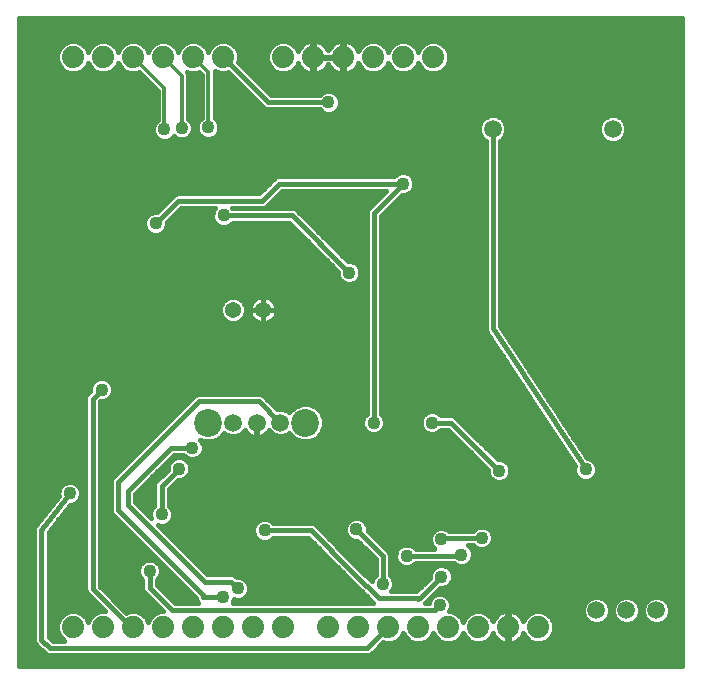
<source format=gbl>
G75*
G70*
%OFA0B0*%
%FSLAX25Y25*%
%IPPOS*%
%LPD*%
%AMOC8*
5,1,8,0,0,1.08239X$1,22.5*
%
%ADD10C,0.07400*%
%ADD11C,0.05900*%
%ADD12C,0.05400*%
%ADD13C,0.09300*%
%ADD14C,0.04362*%
%ADD15C,0.01600*%
%ADD16C,0.01200*%
D10*
X0046770Y0021814D03*
X0056770Y0021814D03*
X0066770Y0021814D03*
X0076770Y0021814D03*
X0086770Y0021814D03*
X0096770Y0021814D03*
X0106770Y0021814D03*
X0116770Y0021814D03*
X0131770Y0021814D03*
X0141770Y0021814D03*
X0151770Y0021814D03*
X0161770Y0021814D03*
X0171770Y0021814D03*
X0181770Y0021814D03*
X0191770Y0021814D03*
X0201770Y0021814D03*
X0166770Y0211814D03*
X0156770Y0211814D03*
X0146770Y0211814D03*
X0136770Y0211814D03*
X0126770Y0211814D03*
X0116770Y0211814D03*
X0096770Y0211814D03*
X0086770Y0211814D03*
X0076770Y0211814D03*
X0066770Y0211814D03*
X0056770Y0211814D03*
X0046770Y0211814D03*
D11*
X0186670Y0187914D03*
X0226670Y0187914D03*
X0115870Y0090014D03*
X0107970Y0090014D03*
X0100070Y0090014D03*
X0221170Y0027414D03*
X0231170Y0027414D03*
X0241170Y0027414D03*
D12*
X0110070Y0127666D03*
X0100070Y0127666D03*
D13*
X0091770Y0090014D03*
X0124170Y0090014D03*
D14*
X0146970Y0090014D03*
X0150570Y0077814D03*
X0158970Y0078214D03*
X0171370Y0073114D03*
X0187770Y0081714D03*
X0188770Y0074014D03*
X0166370Y0090014D03*
X0120170Y0066614D03*
X0110570Y0054114D03*
X0111470Y0045414D03*
X0111570Y0035914D03*
X0101670Y0034814D03*
X0096670Y0031914D03*
X0078970Y0034614D03*
X0072270Y0040614D03*
X0061570Y0050014D03*
X0076270Y0059414D03*
X0082570Y0058414D03*
X0082070Y0074714D03*
X0086470Y0081614D03*
X0082270Y0097514D03*
X0056270Y0101014D03*
X0082770Y0126714D03*
X0061970Y0136014D03*
X0074270Y0156414D03*
X0096970Y0159114D03*
X0094370Y0168014D03*
X0091770Y0188414D03*
X0082970Y0188214D03*
X0077170Y0187814D03*
X0071170Y0201514D03*
X0055770Y0201914D03*
X0106770Y0214014D03*
X0131870Y0196814D03*
X0139570Y0198014D03*
X0156770Y0169714D03*
X0138770Y0140014D03*
X0126270Y0129414D03*
X0045670Y0066514D03*
X0141170Y0054414D03*
X0157970Y0045614D03*
X0163370Y0050814D03*
X0169470Y0051114D03*
X0176170Y0046014D03*
X0182970Y0051614D03*
X0169470Y0038714D03*
X0168970Y0029114D03*
X0149970Y0036314D03*
X0142370Y0031614D03*
X0217570Y0074414D03*
X0224370Y0112414D03*
D15*
X0028770Y0008814D02*
X0028770Y0224814D01*
X0249770Y0224814D01*
X0249770Y0008814D01*
X0028770Y0008814D01*
X0028770Y0009806D02*
X0249770Y0009806D01*
X0249770Y0011405D02*
X0028770Y0011405D01*
X0028770Y0013003D02*
X0037487Y0013003D01*
X0037610Y0012880D02*
X0038493Y0012514D01*
X0039447Y0012514D01*
X0042947Y0012514D01*
X0145347Y0012514D01*
X0146230Y0012880D01*
X0146904Y0013554D01*
X0150113Y0016764D01*
X0150715Y0016514D01*
X0152824Y0016514D01*
X0154772Y0017321D01*
X0156263Y0018812D01*
X0156770Y0020036D01*
X0157277Y0018812D01*
X0158768Y0017321D01*
X0160715Y0016514D01*
X0162824Y0016514D01*
X0164772Y0017321D01*
X0166263Y0018812D01*
X0166770Y0020036D01*
X0167277Y0018812D01*
X0168768Y0017321D01*
X0170715Y0016514D01*
X0172824Y0016514D01*
X0174772Y0017321D01*
X0176263Y0018812D01*
X0176770Y0020036D01*
X0177277Y0018812D01*
X0178768Y0017321D01*
X0180715Y0016514D01*
X0182824Y0016514D01*
X0184772Y0017321D01*
X0186263Y0018812D01*
X0186655Y0019759D01*
X0186673Y0019703D01*
X0187066Y0018931D01*
X0187575Y0018231D01*
X0188187Y0017619D01*
X0188887Y0017110D01*
X0189659Y0016717D01*
X0190482Y0016450D01*
X0191337Y0016314D01*
X0191569Y0016314D01*
X0191569Y0021611D01*
X0191970Y0021611D01*
X0191970Y0016314D01*
X0192203Y0016314D01*
X0193058Y0016450D01*
X0193881Y0016717D01*
X0194652Y0017110D01*
X0195353Y0017619D01*
X0195965Y0018231D01*
X0196474Y0018931D01*
X0196867Y0019703D01*
X0196885Y0019759D01*
X0197277Y0018812D01*
X0198768Y0017321D01*
X0200715Y0016514D01*
X0202824Y0016514D01*
X0204772Y0017321D01*
X0206263Y0018812D01*
X0207070Y0020759D01*
X0207070Y0022869D01*
X0206263Y0024816D01*
X0204772Y0026307D01*
X0202824Y0027114D01*
X0200715Y0027114D01*
X0198768Y0026307D01*
X0197277Y0024816D01*
X0196885Y0023869D01*
X0196867Y0023925D01*
X0196474Y0024696D01*
X0195965Y0025397D01*
X0195353Y0026009D01*
X0194652Y0026518D01*
X0193881Y0026911D01*
X0193058Y0027178D01*
X0192203Y0027314D01*
X0191970Y0027314D01*
X0191970Y0022017D01*
X0191569Y0022017D01*
X0191569Y0027314D01*
X0191337Y0027314D01*
X0190482Y0027178D01*
X0189659Y0026911D01*
X0188887Y0026518D01*
X0188187Y0026009D01*
X0187575Y0025397D01*
X0187066Y0024696D01*
X0186673Y0023925D01*
X0186655Y0023869D01*
X0186263Y0024816D01*
X0184772Y0026307D01*
X0182824Y0027114D01*
X0180715Y0027114D01*
X0178768Y0026307D01*
X0177277Y0024816D01*
X0176770Y0023592D01*
X0176263Y0024816D01*
X0174772Y0026307D01*
X0172824Y0027114D01*
X0172233Y0027114D01*
X0172751Y0028362D01*
X0172751Y0029866D01*
X0172175Y0031256D01*
X0171112Y0032319D01*
X0169722Y0032895D01*
X0168218Y0032895D01*
X0166828Y0032319D01*
X0165765Y0031256D01*
X0165250Y0030014D01*
X0164347Y0030014D01*
X0164163Y0030014D01*
X0164604Y0030454D01*
X0169083Y0034933D01*
X0170222Y0034933D01*
X0171612Y0035509D01*
X0172675Y0036572D01*
X0173251Y0037962D01*
X0173251Y0039466D01*
X0172675Y0040856D01*
X0171612Y0041919D01*
X0170222Y0042495D01*
X0168718Y0042495D01*
X0167328Y0041919D01*
X0166265Y0040856D01*
X0165689Y0039466D01*
X0165689Y0038327D01*
X0161210Y0033848D01*
X0161176Y0033814D01*
X0152817Y0033814D01*
X0153175Y0034172D01*
X0153751Y0035562D01*
X0153751Y0037066D01*
X0153175Y0038456D01*
X0152370Y0039261D01*
X0152370Y0045137D01*
X0152370Y0046091D01*
X0152004Y0046974D01*
X0144951Y0054027D01*
X0144951Y0055166D01*
X0144375Y0056556D01*
X0143312Y0057619D01*
X0141922Y0058195D01*
X0140418Y0058195D01*
X0139028Y0057619D01*
X0137965Y0056556D01*
X0137389Y0055166D01*
X0137389Y0053662D01*
X0137965Y0052272D01*
X0139028Y0051209D01*
X0140418Y0050633D01*
X0141557Y0050633D01*
X0147570Y0044620D01*
X0147570Y0039261D01*
X0146765Y0038456D01*
X0146283Y0037294D01*
X0142204Y0041374D01*
X0128104Y0055474D01*
X0127430Y0056148D01*
X0126547Y0056514D01*
X0113517Y0056514D01*
X0112712Y0057319D01*
X0111322Y0057895D01*
X0109818Y0057895D01*
X0108428Y0057319D01*
X0107365Y0056256D01*
X0106789Y0054866D01*
X0106789Y0053362D01*
X0107365Y0051972D01*
X0108428Y0050909D01*
X0109818Y0050333D01*
X0111322Y0050333D01*
X0112712Y0050909D01*
X0113517Y0051714D01*
X0125076Y0051714D01*
X0138810Y0037980D01*
X0146735Y0030054D01*
X0146776Y0030014D01*
X0117547Y0030014D01*
X0099975Y0030014D01*
X0100451Y0031162D01*
X0100451Y0031227D01*
X0100918Y0031033D01*
X0102422Y0031033D01*
X0103812Y0031609D01*
X0104875Y0032672D01*
X0105451Y0034062D01*
X0105451Y0035566D01*
X0104875Y0036956D01*
X0103812Y0038019D01*
X0102422Y0038595D01*
X0101283Y0038595D01*
X0100830Y0039048D01*
X0099947Y0039414D01*
X0091564Y0039414D01*
X0075222Y0055756D01*
X0075518Y0055633D01*
X0077022Y0055633D01*
X0078412Y0056209D01*
X0079475Y0057272D01*
X0080051Y0058662D01*
X0080051Y0060166D01*
X0079475Y0061556D01*
X0078670Y0062361D01*
X0078670Y0067920D01*
X0081683Y0070933D01*
X0082822Y0070933D01*
X0084212Y0071509D01*
X0085275Y0072572D01*
X0085851Y0073962D01*
X0085851Y0075466D01*
X0085275Y0076856D01*
X0084212Y0077919D01*
X0082822Y0078495D01*
X0081318Y0078495D01*
X0079928Y0077919D01*
X0078865Y0076856D01*
X0078289Y0075466D01*
X0078289Y0074327D01*
X0074235Y0070274D01*
X0073870Y0069391D01*
X0073870Y0068437D01*
X0073870Y0062361D01*
X0073065Y0061556D01*
X0072489Y0060166D01*
X0072489Y0058662D01*
X0072612Y0058366D01*
X0067370Y0063608D01*
X0067370Y0066320D01*
X0080264Y0079214D01*
X0083523Y0079214D01*
X0084328Y0078409D01*
X0085718Y0077833D01*
X0087222Y0077833D01*
X0088612Y0078409D01*
X0089675Y0079472D01*
X0090251Y0080862D01*
X0090251Y0082366D01*
X0089675Y0083756D01*
X0089058Y0084373D01*
X0090526Y0083764D01*
X0093013Y0083764D01*
X0095310Y0084716D01*
X0097068Y0086474D01*
X0097100Y0086550D01*
X0097493Y0086157D01*
X0099165Y0085464D01*
X0100975Y0085464D01*
X0102647Y0086157D01*
X0103927Y0087437D01*
X0103943Y0087476D01*
X0104347Y0086920D01*
X0104876Y0086391D01*
X0105480Y0085952D01*
X0106146Y0085612D01*
X0106857Y0085381D01*
X0107596Y0085264D01*
X0107894Y0085264D01*
X0107894Y0089937D01*
X0108045Y0089937D01*
X0108045Y0085264D01*
X0108344Y0085264D01*
X0109082Y0085381D01*
X0109793Y0085612D01*
X0110459Y0085952D01*
X0111064Y0086391D01*
X0111593Y0086920D01*
X0111996Y0087476D01*
X0112013Y0087437D01*
X0113293Y0086157D01*
X0114965Y0085464D01*
X0116775Y0085464D01*
X0118447Y0086157D01*
X0118840Y0086550D01*
X0118872Y0086474D01*
X0120630Y0084716D01*
X0122926Y0083764D01*
X0125413Y0083764D01*
X0127710Y0084716D01*
X0129468Y0086474D01*
X0130420Y0088770D01*
X0130420Y0091257D01*
X0129468Y0093554D01*
X0127710Y0095312D01*
X0125413Y0096264D01*
X0122926Y0096264D01*
X0120630Y0095312D01*
X0118872Y0093554D01*
X0118840Y0093478D01*
X0118447Y0093871D01*
X0116775Y0094564D01*
X0114965Y0094564D01*
X0114780Y0094487D01*
X0110431Y0098821D01*
X0110004Y0099248D01*
X0110001Y0099250D01*
X0110000Y0099251D01*
X0109625Y0099405D01*
X0109121Y0099614D01*
X0109119Y0099614D01*
X0109117Y0099615D01*
X0108637Y0099614D01*
X0088293Y0099614D01*
X0087410Y0099248D01*
X0086735Y0098574D01*
X0060310Y0072148D01*
X0059635Y0071474D01*
X0059270Y0070591D01*
X0059270Y0069637D01*
X0059370Y0069395D01*
X0059370Y0060337D01*
X0059735Y0059454D01*
X0060410Y0058780D01*
X0087570Y0031620D01*
X0087570Y0031437D01*
X0087935Y0030554D01*
X0088476Y0030014D01*
X0080664Y0030014D01*
X0074670Y0036008D01*
X0074670Y0037667D01*
X0075475Y0038472D01*
X0076051Y0039862D01*
X0076051Y0041366D01*
X0075475Y0042756D01*
X0074412Y0043819D01*
X0073022Y0044395D01*
X0071518Y0044395D01*
X0070128Y0043819D01*
X0069065Y0042756D01*
X0068489Y0041366D01*
X0068489Y0039862D01*
X0069065Y0038472D01*
X0069870Y0037667D01*
X0069870Y0034537D01*
X0070235Y0033654D01*
X0070910Y0032980D01*
X0076776Y0027114D01*
X0075715Y0027114D01*
X0073768Y0026307D01*
X0072277Y0024816D01*
X0071770Y0023592D01*
X0071263Y0024816D01*
X0069772Y0026307D01*
X0067824Y0027114D01*
X0065715Y0027114D01*
X0064548Y0026630D01*
X0055670Y0035508D01*
X0055670Y0097020D01*
X0055883Y0097233D01*
X0057022Y0097233D01*
X0058412Y0097809D01*
X0059475Y0098872D01*
X0060051Y0100262D01*
X0060051Y0101766D01*
X0059475Y0103156D01*
X0058412Y0104219D01*
X0057022Y0104795D01*
X0055518Y0104795D01*
X0054128Y0104219D01*
X0053065Y0103156D01*
X0052489Y0101766D01*
X0052489Y0100627D01*
X0051235Y0099374D01*
X0050870Y0098491D01*
X0050870Y0097537D01*
X0050870Y0034037D01*
X0051235Y0033154D01*
X0051910Y0032480D01*
X0057276Y0027114D01*
X0055715Y0027114D01*
X0053768Y0026307D01*
X0052277Y0024816D01*
X0051770Y0023592D01*
X0051263Y0024816D01*
X0049772Y0026307D01*
X0047824Y0027114D01*
X0045715Y0027114D01*
X0043768Y0026307D01*
X0042277Y0024816D01*
X0041470Y0022869D01*
X0041470Y0020759D01*
X0042277Y0018812D01*
X0043768Y0017321D01*
X0043785Y0017314D01*
X0042947Y0017314D01*
X0039964Y0017314D01*
X0038570Y0018708D01*
X0038570Y0053490D01*
X0045767Y0062733D01*
X0046422Y0062733D01*
X0047812Y0063309D01*
X0048875Y0064372D01*
X0049451Y0065762D01*
X0049451Y0067266D01*
X0048875Y0068656D01*
X0047812Y0069719D01*
X0046422Y0070295D01*
X0044918Y0070295D01*
X0043528Y0069719D01*
X0042465Y0068656D01*
X0041889Y0067266D01*
X0041889Y0065762D01*
X0041943Y0065633D01*
X0034369Y0055906D01*
X0034135Y0055674D01*
X0034077Y0055532D01*
X0033983Y0055412D01*
X0033896Y0055094D01*
X0033770Y0054791D01*
X0033770Y0054639D01*
X0033730Y0054492D01*
X0033770Y0054165D01*
X0033770Y0017237D01*
X0034135Y0016354D01*
X0034810Y0015680D01*
X0037610Y0012880D01*
X0035888Y0014602D02*
X0028770Y0014602D01*
X0028770Y0016200D02*
X0034290Y0016200D01*
X0033770Y0017798D02*
X0028770Y0017798D01*
X0028770Y0019397D02*
X0033770Y0019397D01*
X0033770Y0020995D02*
X0028770Y0020995D01*
X0028770Y0022594D02*
X0033770Y0022594D01*
X0033770Y0024192D02*
X0028770Y0024192D01*
X0028770Y0025791D02*
X0033770Y0025791D01*
X0033770Y0027389D02*
X0028770Y0027389D01*
X0028770Y0028987D02*
X0033770Y0028987D01*
X0033770Y0030586D02*
X0028770Y0030586D01*
X0028770Y0032184D02*
X0033770Y0032184D01*
X0033770Y0033783D02*
X0028770Y0033783D01*
X0028770Y0035381D02*
X0033770Y0035381D01*
X0033770Y0036980D02*
X0028770Y0036980D01*
X0028770Y0038578D02*
X0033770Y0038578D01*
X0033770Y0040176D02*
X0028770Y0040176D01*
X0028770Y0041775D02*
X0033770Y0041775D01*
X0033770Y0043373D02*
X0028770Y0043373D01*
X0028770Y0044972D02*
X0033770Y0044972D01*
X0033770Y0046570D02*
X0028770Y0046570D01*
X0028770Y0048169D02*
X0033770Y0048169D01*
X0033770Y0049767D02*
X0028770Y0049767D01*
X0028770Y0051365D02*
X0033770Y0051365D01*
X0033770Y0052964D02*
X0028770Y0052964D01*
X0028770Y0054562D02*
X0033749Y0054562D01*
X0034567Y0056161D02*
X0028770Y0056161D01*
X0028770Y0057759D02*
X0035811Y0057759D01*
X0037056Y0059357D02*
X0028770Y0059357D01*
X0028770Y0060956D02*
X0038301Y0060956D01*
X0039545Y0062554D02*
X0028770Y0062554D01*
X0028770Y0064153D02*
X0040790Y0064153D01*
X0041893Y0065751D02*
X0028770Y0065751D01*
X0028770Y0067350D02*
X0041924Y0067350D01*
X0042757Y0068948D02*
X0028770Y0068948D01*
X0028770Y0070546D02*
X0050870Y0070546D01*
X0050870Y0068948D02*
X0048583Y0068948D01*
X0049417Y0067350D02*
X0050870Y0067350D01*
X0050870Y0065751D02*
X0049446Y0065751D01*
X0048656Y0064153D02*
X0050870Y0064153D01*
X0050870Y0062554D02*
X0045628Y0062554D01*
X0044383Y0060956D02*
X0050870Y0060956D01*
X0050870Y0059357D02*
X0043139Y0059357D01*
X0041894Y0057759D02*
X0050870Y0057759D01*
X0050870Y0056161D02*
X0040649Y0056161D01*
X0039404Y0054562D02*
X0050870Y0054562D01*
X0050870Y0052964D02*
X0038570Y0052964D01*
X0038570Y0051365D02*
X0050870Y0051365D01*
X0050870Y0049767D02*
X0038570Y0049767D01*
X0038570Y0048169D02*
X0050870Y0048169D01*
X0050870Y0046570D02*
X0038570Y0046570D01*
X0038570Y0044972D02*
X0050870Y0044972D01*
X0050870Y0043373D02*
X0038570Y0043373D01*
X0038570Y0041775D02*
X0050870Y0041775D01*
X0050870Y0040176D02*
X0038570Y0040176D01*
X0038570Y0038578D02*
X0050870Y0038578D01*
X0050870Y0036980D02*
X0038570Y0036980D01*
X0038570Y0035381D02*
X0050870Y0035381D01*
X0050975Y0033783D02*
X0038570Y0033783D01*
X0038570Y0032184D02*
X0052206Y0032184D01*
X0053804Y0030586D02*
X0038570Y0030586D01*
X0038570Y0028987D02*
X0055402Y0028987D01*
X0057001Y0027389D02*
X0038570Y0027389D01*
X0038570Y0025791D02*
X0043251Y0025791D01*
X0042019Y0024192D02*
X0038570Y0024192D01*
X0038570Y0022594D02*
X0041470Y0022594D01*
X0041470Y0020995D02*
X0038570Y0020995D01*
X0038570Y0019397D02*
X0042034Y0019397D01*
X0043290Y0017798D02*
X0039480Y0017798D01*
X0038970Y0014914D02*
X0036170Y0017714D01*
X0036170Y0054314D01*
X0045670Y0066514D01*
X0050870Y0072145D02*
X0028770Y0072145D01*
X0028770Y0073743D02*
X0050870Y0073743D01*
X0050870Y0075342D02*
X0028770Y0075342D01*
X0028770Y0076940D02*
X0050870Y0076940D01*
X0050870Y0078539D02*
X0028770Y0078539D01*
X0028770Y0080137D02*
X0050870Y0080137D01*
X0050870Y0081735D02*
X0028770Y0081735D01*
X0028770Y0083334D02*
X0050870Y0083334D01*
X0050870Y0084932D02*
X0028770Y0084932D01*
X0028770Y0086531D02*
X0050870Y0086531D01*
X0050870Y0088129D02*
X0028770Y0088129D01*
X0028770Y0089728D02*
X0050870Y0089728D01*
X0050870Y0091326D02*
X0028770Y0091326D01*
X0028770Y0092924D02*
X0050870Y0092924D01*
X0050870Y0094523D02*
X0028770Y0094523D01*
X0028770Y0096121D02*
X0050870Y0096121D01*
X0050870Y0097720D02*
X0028770Y0097720D01*
X0028770Y0099318D02*
X0051213Y0099318D01*
X0052489Y0100917D02*
X0028770Y0100917D01*
X0028770Y0102515D02*
X0052799Y0102515D01*
X0054022Y0104113D02*
X0028770Y0104113D01*
X0028770Y0105712D02*
X0144570Y0105712D01*
X0144570Y0107310D02*
X0028770Y0107310D01*
X0028770Y0108909D02*
X0144570Y0108909D01*
X0144570Y0110507D02*
X0028770Y0110507D01*
X0028770Y0112106D02*
X0144570Y0112106D01*
X0144570Y0113704D02*
X0028770Y0113704D01*
X0028770Y0115302D02*
X0144570Y0115302D01*
X0144570Y0116901D02*
X0028770Y0116901D01*
X0028770Y0118499D02*
X0144570Y0118499D01*
X0144570Y0120098D02*
X0028770Y0120098D01*
X0028770Y0121696D02*
X0144570Y0121696D01*
X0144570Y0123294D02*
X0111178Y0123294D01*
X0111124Y0123277D02*
X0111797Y0123496D01*
X0112428Y0123817D01*
X0113001Y0124233D01*
X0113502Y0124735D01*
X0113919Y0125307D01*
X0114240Y0125939D01*
X0114459Y0126612D01*
X0114570Y0127312D01*
X0114570Y0127664D01*
X0110074Y0127664D01*
X0110074Y0127668D01*
X0114570Y0127668D01*
X0114570Y0128020D01*
X0114459Y0128720D01*
X0114240Y0129393D01*
X0113919Y0130024D01*
X0113502Y0130597D01*
X0113001Y0131098D01*
X0112428Y0131515D01*
X0111797Y0131836D01*
X0111124Y0132055D01*
X0110424Y0132166D01*
X0110072Y0132166D01*
X0110072Y0127670D01*
X0110068Y0127670D01*
X0110068Y0132166D01*
X0109716Y0132166D01*
X0109016Y0132055D01*
X0108343Y0131836D01*
X0107711Y0131515D01*
X0107139Y0131098D01*
X0106637Y0130597D01*
X0106221Y0130024D01*
X0105900Y0129393D01*
X0105681Y0128720D01*
X0105570Y0128020D01*
X0105570Y0127668D01*
X0110066Y0127668D01*
X0110066Y0127664D01*
X0105570Y0127664D01*
X0105570Y0127312D01*
X0105681Y0126612D01*
X0105900Y0125939D01*
X0106221Y0125307D01*
X0106637Y0124735D01*
X0107139Y0124233D01*
X0107711Y0123817D01*
X0108343Y0123496D01*
X0109016Y0123277D01*
X0109716Y0123166D01*
X0110068Y0123166D01*
X0110068Y0127662D01*
X0110072Y0127662D01*
X0110072Y0123166D01*
X0110424Y0123166D01*
X0111124Y0123277D01*
X0110072Y0123294D02*
X0110068Y0123294D01*
X0108961Y0123294D02*
X0028770Y0123294D01*
X0028770Y0124893D02*
X0096762Y0124893D01*
X0096425Y0125230D02*
X0097634Y0124021D01*
X0099215Y0123366D01*
X0100925Y0123366D01*
X0102506Y0124021D01*
X0103715Y0125230D01*
X0104370Y0126811D01*
X0104370Y0128521D01*
X0103715Y0130102D01*
X0102506Y0131311D01*
X0100925Y0131966D01*
X0099215Y0131966D01*
X0097634Y0131311D01*
X0096425Y0130102D01*
X0095770Y0128521D01*
X0095770Y0126811D01*
X0096425Y0125230D01*
X0095902Y0126491D02*
X0028770Y0126491D01*
X0028770Y0128090D02*
X0095770Y0128090D01*
X0096254Y0129688D02*
X0028770Y0129688D01*
X0028770Y0131287D02*
X0097610Y0131287D01*
X0102530Y0131287D02*
X0107398Y0131287D01*
X0106050Y0129688D02*
X0103887Y0129688D01*
X0104370Y0128090D02*
X0105581Y0128090D01*
X0105720Y0126491D02*
X0104237Y0126491D01*
X0103378Y0124893D02*
X0106522Y0124893D01*
X0110068Y0124893D02*
X0110072Y0124893D01*
X0110068Y0126491D02*
X0110072Y0126491D01*
X0110068Y0128090D02*
X0110072Y0128090D01*
X0110068Y0129688D02*
X0110072Y0129688D01*
X0110068Y0131287D02*
X0110072Y0131287D01*
X0112743Y0131287D02*
X0144570Y0131287D01*
X0144570Y0132885D02*
X0028770Y0132885D01*
X0028770Y0134483D02*
X0144570Y0134483D01*
X0144570Y0136082D02*
X0028770Y0136082D01*
X0028770Y0137680D02*
X0135756Y0137680D01*
X0135565Y0137872D02*
X0136628Y0136809D01*
X0138018Y0136233D01*
X0139522Y0136233D01*
X0140912Y0136809D01*
X0141975Y0137872D01*
X0142551Y0139262D01*
X0142551Y0140766D01*
X0141975Y0142156D01*
X0140912Y0143219D01*
X0139522Y0143795D01*
X0138383Y0143795D01*
X0121030Y0161148D01*
X0120147Y0161514D01*
X0119193Y0161514D01*
X0099917Y0161514D01*
X0099817Y0161614D01*
X0109293Y0161614D01*
X0110247Y0161614D01*
X0111130Y0161980D01*
X0116464Y0167314D01*
X0150976Y0167314D01*
X0145610Y0161948D01*
X0144935Y0161274D01*
X0144570Y0160391D01*
X0144570Y0092961D01*
X0143765Y0092156D01*
X0143189Y0090766D01*
X0143189Y0089262D01*
X0143765Y0087872D01*
X0144828Y0086809D01*
X0146218Y0086233D01*
X0147722Y0086233D01*
X0149112Y0086809D01*
X0150175Y0087872D01*
X0150751Y0089262D01*
X0150751Y0090766D01*
X0150175Y0092156D01*
X0149370Y0092961D01*
X0149370Y0158920D01*
X0156383Y0165933D01*
X0157522Y0165933D01*
X0158912Y0166509D01*
X0159975Y0167572D01*
X0160551Y0168962D01*
X0160551Y0170466D01*
X0159975Y0171856D01*
X0158912Y0172919D01*
X0157522Y0173495D01*
X0156018Y0173495D01*
X0154628Y0172919D01*
X0153823Y0172114D01*
X0114993Y0172114D01*
X0114110Y0171748D01*
X0113435Y0171074D01*
X0108776Y0166414D01*
X0081393Y0166414D01*
X0080510Y0166048D01*
X0079835Y0165374D01*
X0074657Y0160195D01*
X0073518Y0160195D01*
X0072128Y0159619D01*
X0071065Y0158556D01*
X0070489Y0157166D01*
X0070489Y0155662D01*
X0071065Y0154272D01*
X0072128Y0153209D01*
X0073518Y0152633D01*
X0075022Y0152633D01*
X0076412Y0153209D01*
X0077475Y0154272D01*
X0078051Y0155662D01*
X0078051Y0156801D01*
X0082864Y0161614D01*
X0094123Y0161614D01*
X0093765Y0161256D01*
X0093189Y0159866D01*
X0093189Y0158362D01*
X0093765Y0156972D01*
X0094828Y0155909D01*
X0096218Y0155333D01*
X0097722Y0155333D01*
X0099112Y0155909D01*
X0099917Y0156714D01*
X0118676Y0156714D01*
X0134989Y0140401D01*
X0134989Y0139262D01*
X0135565Y0137872D01*
X0134989Y0139279D02*
X0028770Y0139279D01*
X0028770Y0140877D02*
X0134513Y0140877D01*
X0132914Y0142476D02*
X0028770Y0142476D01*
X0028770Y0144074D02*
X0131316Y0144074D01*
X0129717Y0145672D02*
X0028770Y0145672D01*
X0028770Y0147271D02*
X0128119Y0147271D01*
X0126520Y0148869D02*
X0028770Y0148869D01*
X0028770Y0150468D02*
X0124922Y0150468D01*
X0123324Y0152066D02*
X0028770Y0152066D01*
X0028770Y0153665D02*
X0071672Y0153665D01*
X0070654Y0155263D02*
X0028770Y0155263D01*
X0028770Y0156861D02*
X0070489Y0156861D01*
X0071025Y0158460D02*
X0028770Y0158460D01*
X0028770Y0160058D02*
X0073188Y0160058D01*
X0076119Y0161657D02*
X0028770Y0161657D01*
X0028770Y0163255D02*
X0077717Y0163255D01*
X0079315Y0164854D02*
X0028770Y0164854D01*
X0028770Y0166452D02*
X0108814Y0166452D01*
X0110412Y0168050D02*
X0028770Y0168050D01*
X0028770Y0169649D02*
X0112011Y0169649D01*
X0113609Y0171247D02*
X0028770Y0171247D01*
X0028770Y0172846D02*
X0154555Y0172846D01*
X0156770Y0169714D02*
X0115470Y0169714D01*
X0109770Y0164014D01*
X0081870Y0164014D01*
X0074270Y0156414D01*
X0076868Y0153665D02*
X0121725Y0153665D01*
X0120127Y0155263D02*
X0077885Y0155263D01*
X0078111Y0156861D02*
X0093875Y0156861D01*
X0093189Y0158460D02*
X0079710Y0158460D01*
X0081308Y0160058D02*
X0093269Y0160058D01*
X0096970Y0159114D02*
X0119670Y0159114D01*
X0138770Y0140014D01*
X0141656Y0142476D02*
X0144570Y0142476D01*
X0144570Y0144074D02*
X0138104Y0144074D01*
X0136506Y0145672D02*
X0144570Y0145672D01*
X0144570Y0147271D02*
X0134907Y0147271D01*
X0133309Y0148869D02*
X0144570Y0148869D01*
X0144570Y0150468D02*
X0131710Y0150468D01*
X0130112Y0152066D02*
X0144570Y0152066D01*
X0144570Y0153665D02*
X0128513Y0153665D01*
X0126915Y0155263D02*
X0144570Y0155263D01*
X0144570Y0156861D02*
X0125317Y0156861D01*
X0123718Y0158460D02*
X0144570Y0158460D01*
X0144570Y0160058D02*
X0122120Y0160058D01*
X0114004Y0164854D02*
X0148516Y0164854D01*
X0150114Y0166452D02*
X0115602Y0166452D01*
X0112405Y0163255D02*
X0146917Y0163255D01*
X0145319Y0161657D02*
X0110350Y0161657D01*
X0085112Y0185009D02*
X0083722Y0184433D01*
X0082218Y0184433D01*
X0080828Y0185009D01*
X0080270Y0185567D01*
X0079312Y0184609D01*
X0077922Y0184033D01*
X0076418Y0184033D01*
X0075028Y0184609D01*
X0073965Y0185672D01*
X0073389Y0187062D01*
X0073389Y0188566D01*
X0073965Y0189956D01*
X0074970Y0190961D01*
X0074970Y0200503D01*
X0068626Y0206846D01*
X0067824Y0206514D01*
X0065715Y0206514D01*
X0063768Y0207321D01*
X0062277Y0208812D01*
X0061770Y0210036D01*
X0061263Y0208812D01*
X0059772Y0207321D01*
X0057824Y0206514D01*
X0055715Y0206514D01*
X0053768Y0207321D01*
X0052277Y0208812D01*
X0051770Y0210036D01*
X0051263Y0208812D01*
X0049772Y0207321D01*
X0047824Y0206514D01*
X0045715Y0206514D01*
X0043768Y0207321D01*
X0042277Y0208812D01*
X0041470Y0210759D01*
X0041470Y0212869D01*
X0042277Y0214816D01*
X0043768Y0216307D01*
X0045715Y0217114D01*
X0047824Y0217114D01*
X0049772Y0216307D01*
X0051263Y0214816D01*
X0051770Y0213592D01*
X0052277Y0214816D01*
X0053768Y0216307D01*
X0055715Y0217114D01*
X0057824Y0217114D01*
X0059772Y0216307D01*
X0061263Y0214816D01*
X0061770Y0213592D01*
X0062277Y0214816D01*
X0063768Y0216307D01*
X0065715Y0217114D01*
X0067824Y0217114D01*
X0069772Y0216307D01*
X0071263Y0214816D01*
X0071770Y0213592D01*
X0072277Y0214816D01*
X0073768Y0216307D01*
X0075715Y0217114D01*
X0077824Y0217114D01*
X0079772Y0216307D01*
X0081263Y0214816D01*
X0081770Y0213592D01*
X0082277Y0214816D01*
X0083768Y0216307D01*
X0085715Y0217114D01*
X0087824Y0217114D01*
X0089772Y0216307D01*
X0091263Y0214816D01*
X0091770Y0213592D01*
X0092277Y0214816D01*
X0093768Y0216307D01*
X0095715Y0217114D01*
X0097824Y0217114D01*
X0099772Y0216307D01*
X0101263Y0214816D01*
X0102070Y0212869D01*
X0102070Y0210759D01*
X0101820Y0210157D01*
X0112764Y0199214D01*
X0128922Y0199214D01*
X0129728Y0200019D01*
X0111959Y0200019D01*
X0110361Y0201617D02*
X0249770Y0201617D01*
X0249770Y0200019D02*
X0134012Y0200019D01*
X0132622Y0200595D01*
X0131118Y0200595D01*
X0129728Y0200019D01*
X0131870Y0196814D02*
X0111770Y0196814D01*
X0096770Y0211814D01*
X0092107Y0214405D02*
X0091433Y0214405D01*
X0090076Y0216003D02*
X0093464Y0216003D01*
X0100076Y0216003D02*
X0113464Y0216003D01*
X0113768Y0216307D02*
X0112277Y0214816D01*
X0111470Y0212869D01*
X0111470Y0210759D01*
X0112277Y0208812D01*
X0113768Y0207321D01*
X0115715Y0206514D01*
X0117824Y0206514D01*
X0119772Y0207321D01*
X0121263Y0208812D01*
X0121655Y0209759D01*
X0121673Y0209703D01*
X0122066Y0208931D01*
X0122575Y0208231D01*
X0123187Y0207619D01*
X0123887Y0207110D01*
X0124659Y0206717D01*
X0125482Y0206450D01*
X0126337Y0206314D01*
X0126569Y0206314D01*
X0126569Y0211611D01*
X0126970Y0211611D01*
X0126970Y0206314D01*
X0127203Y0206314D01*
X0128058Y0206450D01*
X0128881Y0206717D01*
X0129652Y0207110D01*
X0130353Y0207619D01*
X0130965Y0208231D01*
X0131474Y0208931D01*
X0131770Y0209513D01*
X0132066Y0208931D01*
X0132575Y0208231D01*
X0133187Y0207619D01*
X0133887Y0207110D01*
X0134659Y0206717D01*
X0135482Y0206450D01*
X0136337Y0206314D01*
X0136569Y0206314D01*
X0136569Y0211611D01*
X0136970Y0211611D01*
X0136970Y0206314D01*
X0137203Y0206314D01*
X0138058Y0206450D01*
X0138881Y0206717D01*
X0139652Y0207110D01*
X0140353Y0207619D01*
X0140965Y0208231D01*
X0141474Y0208931D01*
X0141867Y0209703D01*
X0141885Y0209759D01*
X0142277Y0208812D01*
X0143768Y0207321D01*
X0145715Y0206514D01*
X0147824Y0206514D01*
X0149772Y0207321D01*
X0151263Y0208812D01*
X0151770Y0210036D01*
X0152277Y0208812D01*
X0153768Y0207321D01*
X0155715Y0206514D01*
X0157824Y0206514D01*
X0159772Y0207321D01*
X0161263Y0208812D01*
X0161770Y0210036D01*
X0162277Y0208812D01*
X0163768Y0207321D01*
X0165715Y0206514D01*
X0167824Y0206514D01*
X0169772Y0207321D01*
X0171263Y0208812D01*
X0172070Y0210759D01*
X0172070Y0212869D01*
X0171263Y0214816D01*
X0169772Y0216307D01*
X0167824Y0217114D01*
X0165715Y0217114D01*
X0163768Y0216307D01*
X0162277Y0214816D01*
X0161770Y0213592D01*
X0161263Y0214816D01*
X0159772Y0216307D01*
X0157824Y0217114D01*
X0155715Y0217114D01*
X0153768Y0216307D01*
X0152277Y0214816D01*
X0151770Y0213592D01*
X0151263Y0214816D01*
X0149772Y0216307D01*
X0147824Y0217114D01*
X0145715Y0217114D01*
X0143768Y0216307D01*
X0142277Y0214816D01*
X0141885Y0213869D01*
X0141867Y0213925D01*
X0141474Y0214696D01*
X0140965Y0215397D01*
X0140353Y0216009D01*
X0139652Y0216518D01*
X0138881Y0216911D01*
X0138058Y0217178D01*
X0137203Y0217314D01*
X0136970Y0217314D01*
X0136970Y0212017D01*
X0136569Y0212017D01*
X0136569Y0217314D01*
X0136337Y0217314D01*
X0135482Y0217178D01*
X0134659Y0216911D01*
X0133887Y0216518D01*
X0133187Y0216009D01*
X0132575Y0215397D01*
X0132066Y0214696D01*
X0131770Y0214115D01*
X0131474Y0214696D01*
X0130965Y0215397D01*
X0130353Y0216009D01*
X0129652Y0216518D01*
X0128881Y0216911D01*
X0128058Y0217178D01*
X0127203Y0217314D01*
X0126970Y0217314D01*
X0126970Y0212017D01*
X0126569Y0212017D01*
X0126569Y0217314D01*
X0126337Y0217314D01*
X0125482Y0217178D01*
X0124659Y0216911D01*
X0123887Y0216518D01*
X0123187Y0216009D01*
X0122575Y0215397D01*
X0122066Y0214696D01*
X0121673Y0213925D01*
X0121655Y0213869D01*
X0121263Y0214816D01*
X0119772Y0216307D01*
X0117824Y0217114D01*
X0115715Y0217114D01*
X0113768Y0216307D01*
X0112107Y0214405D02*
X0101433Y0214405D01*
X0102070Y0212806D02*
X0111470Y0212806D01*
X0111470Y0211208D02*
X0102070Y0211208D01*
X0102369Y0209609D02*
X0111946Y0209609D01*
X0113078Y0208011D02*
X0103967Y0208011D01*
X0105565Y0206413D02*
X0125715Y0206413D01*
X0126569Y0206413D02*
X0126970Y0206413D01*
X0127824Y0206413D02*
X0135715Y0206413D01*
X0136569Y0206413D02*
X0136970Y0206413D01*
X0137824Y0206413D02*
X0249770Y0206413D01*
X0249770Y0208011D02*
X0170462Y0208011D01*
X0171593Y0209609D02*
X0249770Y0209609D01*
X0249770Y0211208D02*
X0172070Y0211208D01*
X0172070Y0212806D02*
X0249770Y0212806D01*
X0249770Y0214405D02*
X0171433Y0214405D01*
X0170076Y0216003D02*
X0249770Y0216003D01*
X0249770Y0217602D02*
X0028770Y0217602D01*
X0028770Y0219200D02*
X0249770Y0219200D01*
X0249770Y0220798D02*
X0028770Y0220798D01*
X0028770Y0222397D02*
X0249770Y0222397D01*
X0249770Y0223995D02*
X0028770Y0223995D01*
X0028770Y0216003D02*
X0043464Y0216003D01*
X0042107Y0214405D02*
X0028770Y0214405D01*
X0028770Y0212806D02*
X0041470Y0212806D01*
X0041470Y0211208D02*
X0028770Y0211208D01*
X0028770Y0209609D02*
X0041946Y0209609D01*
X0043078Y0208011D02*
X0028770Y0208011D01*
X0028770Y0206413D02*
X0069060Y0206413D01*
X0070659Y0204814D02*
X0028770Y0204814D01*
X0028770Y0203216D02*
X0072257Y0203216D01*
X0073856Y0201617D02*
X0028770Y0201617D01*
X0028770Y0200019D02*
X0074970Y0200019D01*
X0074970Y0198420D02*
X0028770Y0198420D01*
X0028770Y0196822D02*
X0074970Y0196822D01*
X0074970Y0195224D02*
X0028770Y0195224D01*
X0028770Y0193625D02*
X0074970Y0193625D01*
X0074970Y0192027D02*
X0028770Y0192027D01*
X0028770Y0190428D02*
X0074437Y0190428D01*
X0073498Y0188830D02*
X0028770Y0188830D01*
X0028770Y0187231D02*
X0073389Y0187231D01*
X0074004Y0185633D02*
X0028770Y0185633D01*
X0028770Y0184035D02*
X0076414Y0184035D01*
X0077926Y0184035D02*
X0184146Y0184035D01*
X0184093Y0184057D02*
X0184270Y0183983D01*
X0184270Y0121760D01*
X0184223Y0121535D01*
X0184270Y0121288D01*
X0184270Y0121037D01*
X0184359Y0120823D01*
X0184402Y0120596D01*
X0184539Y0120387D01*
X0184635Y0120154D01*
X0184799Y0119991D01*
X0213951Y0075556D01*
X0213789Y0075166D01*
X0213789Y0073662D01*
X0214365Y0072272D01*
X0215428Y0071209D01*
X0216818Y0070633D01*
X0218322Y0070633D01*
X0219712Y0071209D01*
X0220775Y0072272D01*
X0221351Y0073662D01*
X0221351Y0075166D01*
X0220775Y0076556D01*
X0219712Y0077619D01*
X0218322Y0078195D01*
X0217959Y0078195D01*
X0189070Y0122231D01*
X0189070Y0183983D01*
X0189247Y0184057D01*
X0190527Y0185337D01*
X0191220Y0187009D01*
X0191220Y0188819D01*
X0190527Y0190491D01*
X0189247Y0191771D01*
X0187575Y0192464D01*
X0185765Y0192464D01*
X0184093Y0191771D01*
X0182813Y0190491D01*
X0182120Y0188819D01*
X0182120Y0187009D01*
X0182813Y0185337D01*
X0184093Y0184057D01*
X0184270Y0182436D02*
X0028770Y0182436D01*
X0028770Y0180838D02*
X0184270Y0180838D01*
X0184270Y0179239D02*
X0028770Y0179239D01*
X0028770Y0177641D02*
X0184270Y0177641D01*
X0184270Y0176043D02*
X0028770Y0176043D01*
X0028770Y0174444D02*
X0184270Y0174444D01*
X0184270Y0172846D02*
X0158985Y0172846D01*
X0160228Y0171247D02*
X0184270Y0171247D01*
X0184270Y0169649D02*
X0160551Y0169649D01*
X0160173Y0168050D02*
X0184270Y0168050D01*
X0184270Y0166452D02*
X0158775Y0166452D01*
X0155304Y0164854D02*
X0184270Y0164854D01*
X0184270Y0163255D02*
X0153705Y0163255D01*
X0152107Y0161657D02*
X0184270Y0161657D01*
X0184270Y0160058D02*
X0150508Y0160058D01*
X0149370Y0158460D02*
X0184270Y0158460D01*
X0184270Y0156861D02*
X0149370Y0156861D01*
X0149370Y0155263D02*
X0184270Y0155263D01*
X0184270Y0153665D02*
X0149370Y0153665D01*
X0149370Y0152066D02*
X0184270Y0152066D01*
X0184270Y0150468D02*
X0149370Y0150468D01*
X0149370Y0148869D02*
X0184270Y0148869D01*
X0184270Y0147271D02*
X0149370Y0147271D01*
X0149370Y0145672D02*
X0184270Y0145672D01*
X0184270Y0144074D02*
X0149370Y0144074D01*
X0149370Y0142476D02*
X0184270Y0142476D01*
X0184270Y0140877D02*
X0149370Y0140877D01*
X0149370Y0139279D02*
X0184270Y0139279D01*
X0184270Y0137680D02*
X0149370Y0137680D01*
X0149370Y0136082D02*
X0184270Y0136082D01*
X0184270Y0134483D02*
X0149370Y0134483D01*
X0149370Y0132885D02*
X0184270Y0132885D01*
X0184270Y0131287D02*
X0149370Y0131287D01*
X0149370Y0129688D02*
X0184270Y0129688D01*
X0184270Y0128090D02*
X0149370Y0128090D01*
X0149370Y0126491D02*
X0184270Y0126491D01*
X0184270Y0124893D02*
X0149370Y0124893D01*
X0149370Y0123294D02*
X0184270Y0123294D01*
X0184257Y0121696D02*
X0149370Y0121696D01*
X0149370Y0120098D02*
X0184692Y0120098D01*
X0185777Y0118499D02*
X0149370Y0118499D01*
X0149370Y0116901D02*
X0186826Y0116901D01*
X0187874Y0115302D02*
X0149370Y0115302D01*
X0149370Y0113704D02*
X0188923Y0113704D01*
X0189972Y0112106D02*
X0149370Y0112106D01*
X0149370Y0110507D02*
X0191020Y0110507D01*
X0192069Y0108909D02*
X0149370Y0108909D01*
X0149370Y0107310D02*
X0193118Y0107310D01*
X0194167Y0105712D02*
X0149370Y0105712D01*
X0149370Y0104113D02*
X0195215Y0104113D01*
X0196264Y0102515D02*
X0149370Y0102515D01*
X0149370Y0100917D02*
X0197313Y0100917D01*
X0198361Y0099318D02*
X0149370Y0099318D01*
X0149370Y0097720D02*
X0199410Y0097720D01*
X0200459Y0096121D02*
X0149370Y0096121D01*
X0149370Y0094523D02*
X0201507Y0094523D01*
X0202556Y0092924D02*
X0168807Y0092924D01*
X0168512Y0093219D02*
X0169317Y0092414D01*
X0173247Y0092414D01*
X0174130Y0092048D01*
X0174804Y0091374D01*
X0174804Y0091373D01*
X0188383Y0077795D01*
X0189522Y0077795D01*
X0190912Y0077219D01*
X0191975Y0076156D01*
X0192551Y0074766D01*
X0192551Y0073262D01*
X0191975Y0071872D01*
X0190912Y0070809D01*
X0189522Y0070233D01*
X0188018Y0070233D01*
X0186628Y0070809D01*
X0185565Y0071872D01*
X0184989Y0073262D01*
X0184989Y0074401D01*
X0171776Y0087614D01*
X0169317Y0087614D01*
X0168512Y0086809D01*
X0167122Y0086233D01*
X0165618Y0086233D01*
X0164228Y0086809D01*
X0163165Y0087872D01*
X0162589Y0089262D01*
X0162589Y0090766D01*
X0163165Y0092156D01*
X0164228Y0093219D01*
X0165618Y0093795D01*
X0167122Y0093795D01*
X0168512Y0093219D01*
X0166370Y0090014D02*
X0172770Y0090014D01*
X0188770Y0074014D01*
X0187261Y0070546D02*
X0081296Y0070546D01*
X0079698Y0068948D02*
X0249770Y0068948D01*
X0249770Y0067350D02*
X0078670Y0067350D01*
X0078670Y0065751D02*
X0249770Y0065751D01*
X0249770Y0064153D02*
X0078670Y0064153D01*
X0078670Y0062554D02*
X0249770Y0062554D01*
X0249770Y0060956D02*
X0079724Y0060956D01*
X0080051Y0059357D02*
X0249770Y0059357D01*
X0249770Y0057759D02*
X0142974Y0057759D01*
X0144539Y0056161D02*
X0249770Y0056161D01*
X0249770Y0054562D02*
X0185369Y0054562D01*
X0185112Y0054819D02*
X0183722Y0055395D01*
X0182218Y0055395D01*
X0180828Y0054819D01*
X0180022Y0054014D01*
X0171917Y0054014D01*
X0171612Y0054319D01*
X0170222Y0054895D01*
X0168718Y0054895D01*
X0167328Y0054319D01*
X0166265Y0053256D01*
X0165689Y0051866D01*
X0165689Y0050362D01*
X0166265Y0048972D01*
X0167223Y0048014D01*
X0160917Y0048014D01*
X0160112Y0048819D01*
X0158722Y0049395D01*
X0157218Y0049395D01*
X0155828Y0048819D01*
X0154765Y0047756D01*
X0154189Y0046366D01*
X0154189Y0044862D01*
X0154765Y0043472D01*
X0155828Y0042409D01*
X0157218Y0041833D01*
X0158722Y0041833D01*
X0160112Y0042409D01*
X0160917Y0043214D01*
X0173622Y0043214D01*
X0174028Y0042809D01*
X0175418Y0042233D01*
X0176922Y0042233D01*
X0178312Y0042809D01*
X0179375Y0043872D01*
X0179951Y0045262D01*
X0179951Y0046766D01*
X0179375Y0048156D01*
X0178317Y0049214D01*
X0180022Y0049214D01*
X0180828Y0048409D01*
X0182218Y0047833D01*
X0183722Y0047833D01*
X0185112Y0048409D01*
X0186175Y0049472D01*
X0186751Y0050862D01*
X0186751Y0052366D01*
X0186175Y0053756D01*
X0185112Y0054819D01*
X0186504Y0052964D02*
X0249770Y0052964D01*
X0249770Y0051365D02*
X0186751Y0051365D01*
X0186297Y0049767D02*
X0249770Y0049767D01*
X0249770Y0048169D02*
X0184532Y0048169D01*
X0181407Y0048169D02*
X0179363Y0048169D01*
X0179951Y0046570D02*
X0249770Y0046570D01*
X0249770Y0044972D02*
X0179830Y0044972D01*
X0178876Y0043373D02*
X0249770Y0043373D01*
X0249770Y0041775D02*
X0171756Y0041775D01*
X0172957Y0040176D02*
X0249770Y0040176D01*
X0249770Y0038578D02*
X0173251Y0038578D01*
X0172844Y0036980D02*
X0249770Y0036980D01*
X0249770Y0035381D02*
X0171304Y0035381D01*
X0167933Y0033783D02*
X0249770Y0033783D01*
X0249770Y0032184D02*
X0171247Y0032184D01*
X0172453Y0030586D02*
X0217907Y0030586D01*
X0217313Y0029991D02*
X0218593Y0031271D01*
X0220265Y0031964D01*
X0222075Y0031964D01*
X0223747Y0031271D01*
X0225027Y0029991D01*
X0225720Y0028319D01*
X0225720Y0026509D01*
X0225027Y0024837D01*
X0223747Y0023557D01*
X0222075Y0022864D01*
X0220265Y0022864D01*
X0218593Y0023557D01*
X0217313Y0024837D01*
X0216620Y0026509D01*
X0216620Y0028319D01*
X0217313Y0029991D01*
X0216897Y0028987D02*
X0172751Y0028987D01*
X0172347Y0027389D02*
X0216620Y0027389D01*
X0216917Y0025791D02*
X0205289Y0025791D01*
X0206522Y0024192D02*
X0217957Y0024192D01*
X0224383Y0024192D02*
X0227957Y0024192D01*
X0228593Y0023557D02*
X0230265Y0022864D01*
X0232075Y0022864D01*
X0233747Y0023557D01*
X0235027Y0024837D01*
X0235720Y0026509D01*
X0235720Y0028319D01*
X0235027Y0029991D01*
X0233747Y0031271D01*
X0232075Y0031964D01*
X0230265Y0031964D01*
X0228593Y0031271D01*
X0227313Y0029991D01*
X0226620Y0028319D01*
X0226620Y0026509D01*
X0227313Y0024837D01*
X0228593Y0023557D01*
X0226917Y0025791D02*
X0225422Y0025791D01*
X0225720Y0027389D02*
X0226620Y0027389D01*
X0226897Y0028987D02*
X0225443Y0028987D01*
X0224433Y0030586D02*
X0227907Y0030586D01*
X0234433Y0030586D02*
X0237907Y0030586D01*
X0237313Y0029991D02*
X0238593Y0031271D01*
X0240265Y0031964D01*
X0242075Y0031964D01*
X0243747Y0031271D01*
X0245027Y0029991D01*
X0245720Y0028319D01*
X0245720Y0026509D01*
X0245027Y0024837D01*
X0243747Y0023557D01*
X0242075Y0022864D01*
X0240265Y0022864D01*
X0238593Y0023557D01*
X0237313Y0024837D01*
X0236620Y0026509D01*
X0236620Y0028319D01*
X0237313Y0029991D01*
X0236897Y0028987D02*
X0235443Y0028987D01*
X0235720Y0027389D02*
X0236620Y0027389D01*
X0236917Y0025791D02*
X0235422Y0025791D01*
X0234383Y0024192D02*
X0237957Y0024192D01*
X0244383Y0024192D02*
X0249770Y0024192D01*
X0249770Y0025791D02*
X0245422Y0025791D01*
X0245720Y0027389D02*
X0249770Y0027389D01*
X0249770Y0028987D02*
X0245443Y0028987D01*
X0244433Y0030586D02*
X0249770Y0030586D01*
X0249770Y0022594D02*
X0207070Y0022594D01*
X0207070Y0020995D02*
X0249770Y0020995D01*
X0249770Y0019397D02*
X0206505Y0019397D01*
X0205250Y0017798D02*
X0249770Y0017798D01*
X0249770Y0016200D02*
X0149550Y0016200D01*
X0147951Y0014602D02*
X0249770Y0014602D01*
X0249770Y0013003D02*
X0146353Y0013003D01*
X0144870Y0014914D02*
X0042470Y0014914D01*
X0038970Y0014914D01*
X0051522Y0024192D02*
X0052019Y0024192D01*
X0053251Y0025791D02*
X0050289Y0025791D01*
X0053270Y0034514D02*
X0053270Y0098014D01*
X0056270Y0101014D01*
X0059741Y0102515D02*
X0144570Y0102515D01*
X0144570Y0100917D02*
X0060051Y0100917D01*
X0059660Y0099318D02*
X0087579Y0099318D01*
X0085881Y0097720D02*
X0058197Y0097720D01*
X0055670Y0096121D02*
X0084283Y0096121D01*
X0082685Y0094523D02*
X0055670Y0094523D01*
X0055670Y0092924D02*
X0081086Y0092924D01*
X0079488Y0091326D02*
X0055670Y0091326D01*
X0055670Y0089728D02*
X0077889Y0089728D01*
X0076291Y0088129D02*
X0055670Y0088129D01*
X0055670Y0086531D02*
X0074693Y0086531D01*
X0073094Y0084932D02*
X0055670Y0084932D01*
X0055670Y0083334D02*
X0071496Y0083334D01*
X0069897Y0081735D02*
X0055670Y0081735D01*
X0055670Y0080137D02*
X0068299Y0080137D01*
X0066700Y0078539D02*
X0055670Y0078539D01*
X0055670Y0076940D02*
X0065102Y0076940D01*
X0063504Y0075342D02*
X0055670Y0075342D01*
X0055670Y0073743D02*
X0061905Y0073743D01*
X0060307Y0072145D02*
X0055670Y0072145D01*
X0055670Y0070546D02*
X0059270Y0070546D01*
X0059370Y0068948D02*
X0055670Y0068948D01*
X0055670Y0067350D02*
X0059370Y0067350D01*
X0059370Y0065751D02*
X0055670Y0065751D01*
X0055670Y0064153D02*
X0059370Y0064153D01*
X0059370Y0062554D02*
X0055670Y0062554D01*
X0055670Y0060956D02*
X0059370Y0060956D01*
X0059832Y0059357D02*
X0055670Y0059357D01*
X0055670Y0057759D02*
X0061431Y0057759D01*
X0063029Y0056161D02*
X0055670Y0056161D01*
X0055670Y0054562D02*
X0064628Y0054562D01*
X0066226Y0052964D02*
X0055670Y0052964D01*
X0055670Y0051365D02*
X0067824Y0051365D01*
X0069423Y0049767D02*
X0055670Y0049767D01*
X0055670Y0048169D02*
X0071021Y0048169D01*
X0072620Y0046570D02*
X0055670Y0046570D01*
X0055670Y0044972D02*
X0074218Y0044972D01*
X0074858Y0043373D02*
X0075817Y0043373D01*
X0075882Y0041775D02*
X0077415Y0041775D01*
X0076051Y0040176D02*
X0079013Y0040176D01*
X0080612Y0038578D02*
X0075519Y0038578D01*
X0074670Y0036980D02*
X0082210Y0036980D01*
X0083809Y0035381D02*
X0075297Y0035381D01*
X0076895Y0033783D02*
X0085407Y0033783D01*
X0087006Y0032184D02*
X0078494Y0032184D01*
X0080092Y0030586D02*
X0087922Y0030586D01*
X0089970Y0031914D02*
X0089970Y0032614D01*
X0061770Y0060814D01*
X0061770Y0070014D01*
X0061670Y0070114D01*
X0088770Y0097214D01*
X0108644Y0097214D01*
X0115870Y0090014D01*
X0118821Y0086531D02*
X0118848Y0086531D01*
X0120413Y0084932D02*
X0095527Y0084932D01*
X0097091Y0086531D02*
X0097119Y0086531D01*
X0103021Y0086531D02*
X0104736Y0086531D01*
X0107894Y0086531D02*
X0108045Y0086531D01*
X0108045Y0088129D02*
X0107894Y0088129D01*
X0107894Y0089728D02*
X0108045Y0089728D01*
X0111204Y0086531D02*
X0112919Y0086531D01*
X0114745Y0094523D02*
X0114866Y0094523D01*
X0116874Y0094523D02*
X0119840Y0094523D01*
X0122583Y0096121D02*
X0113141Y0096121D01*
X0111536Y0097720D02*
X0144570Y0097720D01*
X0144570Y0099318D02*
X0109836Y0099318D01*
X0125757Y0096121D02*
X0144570Y0096121D01*
X0144570Y0094523D02*
X0128500Y0094523D01*
X0129729Y0092924D02*
X0144533Y0092924D01*
X0143421Y0091326D02*
X0130391Y0091326D01*
X0130420Y0089728D02*
X0143189Y0089728D01*
X0143658Y0088129D02*
X0130154Y0088129D01*
X0129492Y0086531D02*
X0145499Y0086531D01*
X0148441Y0086531D02*
X0164899Y0086531D01*
X0163058Y0088129D02*
X0150281Y0088129D01*
X0150751Y0089728D02*
X0162589Y0089728D01*
X0162821Y0091326D02*
X0150519Y0091326D01*
X0149407Y0092924D02*
X0163933Y0092924D01*
X0167841Y0086531D02*
X0172859Y0086531D01*
X0174457Y0084932D02*
X0127927Y0084932D01*
X0146970Y0090014D02*
X0146970Y0159914D01*
X0156770Y0169714D01*
X0182690Y0185633D02*
X0094336Y0185633D01*
X0093912Y0185209D02*
X0094975Y0186272D01*
X0095551Y0187662D01*
X0095551Y0189166D01*
X0094975Y0190556D01*
X0093970Y0191561D01*
X0093970Y0207237D01*
X0095715Y0206514D01*
X0097824Y0206514D01*
X0098426Y0206764D01*
X0109735Y0195454D01*
X0110410Y0194780D01*
X0111293Y0194414D01*
X0128922Y0194414D01*
X0129728Y0193609D01*
X0131118Y0193033D01*
X0132622Y0193033D01*
X0134012Y0193609D01*
X0135075Y0194672D01*
X0135651Y0196062D01*
X0135651Y0197566D01*
X0135075Y0198956D01*
X0134012Y0200019D01*
X0135297Y0198420D02*
X0249770Y0198420D01*
X0249770Y0196822D02*
X0135651Y0196822D01*
X0135304Y0195224D02*
X0249770Y0195224D01*
X0249770Y0193625D02*
X0134028Y0193625D01*
X0129711Y0193625D02*
X0093970Y0193625D01*
X0093970Y0192027D02*
X0184709Y0192027D01*
X0182787Y0190428D02*
X0095028Y0190428D01*
X0095551Y0188830D02*
X0182125Y0188830D01*
X0182120Y0187231D02*
X0095372Y0187231D01*
X0093912Y0185209D02*
X0092522Y0184633D01*
X0091018Y0184633D01*
X0089628Y0185209D01*
X0088565Y0186272D01*
X0087989Y0187662D01*
X0087989Y0189166D01*
X0088565Y0190556D01*
X0089570Y0191561D01*
X0089570Y0205903D01*
X0088626Y0206846D01*
X0087824Y0206514D01*
X0085715Y0206514D01*
X0084802Y0206893D01*
X0085170Y0206525D01*
X0085170Y0191361D01*
X0086175Y0190356D01*
X0086751Y0188966D01*
X0086751Y0187462D01*
X0086175Y0186072D01*
X0085112Y0185009D01*
X0085736Y0185633D02*
X0089204Y0185633D01*
X0088167Y0187231D02*
X0086655Y0187231D01*
X0086751Y0188830D02*
X0087989Y0188830D01*
X0088512Y0190428D02*
X0086103Y0190428D01*
X0085170Y0192027D02*
X0089570Y0192027D01*
X0089570Y0193625D02*
X0085170Y0193625D01*
X0085170Y0195224D02*
X0089570Y0195224D01*
X0089570Y0196822D02*
X0085170Y0196822D01*
X0085170Y0198420D02*
X0089570Y0198420D01*
X0089570Y0200019D02*
X0085170Y0200019D01*
X0085170Y0201617D02*
X0089570Y0201617D01*
X0089570Y0203216D02*
X0085170Y0203216D01*
X0085170Y0204814D02*
X0089570Y0204814D01*
X0089060Y0206413D02*
X0085170Y0206413D01*
X0093970Y0206413D02*
X0098777Y0206413D01*
X0100376Y0204814D02*
X0093970Y0204814D01*
X0093970Y0203216D02*
X0101974Y0203216D01*
X0103572Y0201617D02*
X0093970Y0201617D01*
X0093970Y0200019D02*
X0105171Y0200019D01*
X0106769Y0198420D02*
X0093970Y0198420D01*
X0093970Y0196822D02*
X0108368Y0196822D01*
X0109966Y0195224D02*
X0093970Y0195224D01*
X0107164Y0204814D02*
X0249770Y0204814D01*
X0249770Y0203216D02*
X0108762Y0203216D01*
X0120462Y0208011D02*
X0122795Y0208011D01*
X0121720Y0209609D02*
X0121593Y0209609D01*
X0121433Y0214405D02*
X0121918Y0214405D01*
X0123181Y0216003D02*
X0120076Y0216003D01*
X0126569Y0216003D02*
X0126970Y0216003D01*
X0126970Y0214405D02*
X0126569Y0214405D01*
X0126569Y0212806D02*
X0126970Y0212806D01*
X0126972Y0212014D02*
X0132270Y0212014D01*
X0136567Y0212014D01*
X0136567Y0211613D01*
X0132270Y0211613D01*
X0126972Y0211613D01*
X0126972Y0212014D01*
X0126970Y0211208D02*
X0126569Y0211208D01*
X0126569Y0209609D02*
X0126970Y0209609D01*
X0126970Y0208011D02*
X0126569Y0208011D01*
X0130745Y0208011D02*
X0132795Y0208011D01*
X0136569Y0208011D02*
X0136970Y0208011D01*
X0136970Y0209609D02*
X0136569Y0209609D01*
X0136569Y0211208D02*
X0136970Y0211208D01*
X0136970Y0212806D02*
X0136569Y0212806D01*
X0136569Y0214405D02*
X0136970Y0214405D01*
X0136970Y0216003D02*
X0136569Y0216003D01*
X0133181Y0216003D02*
X0130359Y0216003D01*
X0131622Y0214405D02*
X0131918Y0214405D01*
X0140359Y0216003D02*
X0143464Y0216003D01*
X0142107Y0214405D02*
X0141622Y0214405D01*
X0141819Y0209609D02*
X0141946Y0209609D01*
X0143078Y0208011D02*
X0140745Y0208011D01*
X0150462Y0208011D02*
X0153078Y0208011D01*
X0151946Y0209609D02*
X0151593Y0209609D01*
X0151433Y0214405D02*
X0152107Y0214405D01*
X0153464Y0216003D02*
X0150076Y0216003D01*
X0160076Y0216003D02*
X0163464Y0216003D01*
X0162107Y0214405D02*
X0161433Y0214405D01*
X0161593Y0209609D02*
X0161946Y0209609D01*
X0163078Y0208011D02*
X0160462Y0208011D01*
X0188631Y0192027D02*
X0224709Y0192027D01*
X0224093Y0191771D02*
X0222813Y0190491D01*
X0222120Y0188819D01*
X0222120Y0187009D01*
X0222813Y0185337D01*
X0224093Y0184057D01*
X0225765Y0183364D01*
X0227575Y0183364D01*
X0229247Y0184057D01*
X0230527Y0185337D01*
X0231220Y0187009D01*
X0231220Y0188819D01*
X0230527Y0190491D01*
X0229247Y0191771D01*
X0227575Y0192464D01*
X0225765Y0192464D01*
X0224093Y0191771D01*
X0222787Y0190428D02*
X0190554Y0190428D01*
X0191215Y0188830D02*
X0222125Y0188830D01*
X0222120Y0187231D02*
X0191220Y0187231D01*
X0190650Y0185633D02*
X0222690Y0185633D01*
X0224146Y0184035D02*
X0189194Y0184035D01*
X0189070Y0182436D02*
X0249770Y0182436D01*
X0249770Y0180838D02*
X0189070Y0180838D01*
X0189070Y0179239D02*
X0249770Y0179239D01*
X0249770Y0177641D02*
X0189070Y0177641D01*
X0189070Y0176043D02*
X0249770Y0176043D01*
X0249770Y0174444D02*
X0189070Y0174444D01*
X0189070Y0172846D02*
X0249770Y0172846D01*
X0249770Y0171247D02*
X0189070Y0171247D01*
X0189070Y0169649D02*
X0249770Y0169649D01*
X0249770Y0168050D02*
X0189070Y0168050D01*
X0189070Y0166452D02*
X0249770Y0166452D01*
X0249770Y0164854D02*
X0189070Y0164854D01*
X0189070Y0163255D02*
X0249770Y0163255D01*
X0249770Y0161657D02*
X0189070Y0161657D01*
X0189070Y0160058D02*
X0249770Y0160058D01*
X0249770Y0158460D02*
X0189070Y0158460D01*
X0189070Y0156861D02*
X0249770Y0156861D01*
X0249770Y0155263D02*
X0189070Y0155263D01*
X0189070Y0153665D02*
X0249770Y0153665D01*
X0249770Y0152066D02*
X0189070Y0152066D01*
X0189070Y0150468D02*
X0249770Y0150468D01*
X0249770Y0148869D02*
X0189070Y0148869D01*
X0189070Y0147271D02*
X0249770Y0147271D01*
X0249770Y0145672D02*
X0189070Y0145672D01*
X0189070Y0144074D02*
X0249770Y0144074D01*
X0249770Y0142476D02*
X0189070Y0142476D01*
X0189070Y0140877D02*
X0249770Y0140877D01*
X0249770Y0139279D02*
X0189070Y0139279D01*
X0189070Y0137680D02*
X0249770Y0137680D01*
X0249770Y0136082D02*
X0189070Y0136082D01*
X0189070Y0134483D02*
X0249770Y0134483D01*
X0249770Y0132885D02*
X0189070Y0132885D01*
X0189070Y0131287D02*
X0249770Y0131287D01*
X0249770Y0129688D02*
X0189070Y0129688D01*
X0189070Y0128090D02*
X0249770Y0128090D01*
X0249770Y0126491D02*
X0189070Y0126491D01*
X0189070Y0124893D02*
X0249770Y0124893D01*
X0249770Y0123294D02*
X0189070Y0123294D01*
X0189420Y0121696D02*
X0249770Y0121696D01*
X0249770Y0120098D02*
X0190469Y0120098D01*
X0191518Y0118499D02*
X0249770Y0118499D01*
X0249770Y0116901D02*
X0192567Y0116901D01*
X0193615Y0115302D02*
X0249770Y0115302D01*
X0249770Y0113704D02*
X0194664Y0113704D01*
X0195713Y0112106D02*
X0249770Y0112106D01*
X0249770Y0110507D02*
X0196761Y0110507D01*
X0197810Y0108909D02*
X0249770Y0108909D01*
X0249770Y0107310D02*
X0198859Y0107310D01*
X0199907Y0105712D02*
X0249770Y0105712D01*
X0249770Y0104113D02*
X0200956Y0104113D01*
X0202004Y0102515D02*
X0249770Y0102515D01*
X0249770Y0100917D02*
X0203053Y0100917D01*
X0204102Y0099318D02*
X0249770Y0099318D01*
X0249770Y0097720D02*
X0205150Y0097720D01*
X0206199Y0096121D02*
X0249770Y0096121D01*
X0249770Y0094523D02*
X0207248Y0094523D01*
X0208296Y0092924D02*
X0249770Y0092924D01*
X0249770Y0091326D02*
X0209345Y0091326D01*
X0210394Y0089728D02*
X0249770Y0089728D01*
X0249770Y0088129D02*
X0211442Y0088129D01*
X0212491Y0086531D02*
X0249770Y0086531D01*
X0249770Y0084932D02*
X0213539Y0084932D01*
X0214588Y0083334D02*
X0249770Y0083334D01*
X0249770Y0081735D02*
X0215637Y0081735D01*
X0216685Y0080137D02*
X0249770Y0080137D01*
X0249770Y0078539D02*
X0217734Y0078539D01*
X0220391Y0076940D02*
X0249770Y0076940D01*
X0249770Y0075342D02*
X0221278Y0075342D01*
X0221351Y0073743D02*
X0249770Y0073743D01*
X0249770Y0072145D02*
X0220648Y0072145D01*
X0217570Y0074414D02*
X0186670Y0121514D01*
X0186670Y0187914D01*
X0228631Y0192027D02*
X0249770Y0192027D01*
X0249770Y0190428D02*
X0230554Y0190428D01*
X0231215Y0188830D02*
X0249770Y0188830D01*
X0249770Y0187231D02*
X0231220Y0187231D01*
X0230650Y0185633D02*
X0249770Y0185633D01*
X0249770Y0184035D02*
X0229194Y0184035D01*
X0144570Y0140877D02*
X0142505Y0140877D01*
X0142551Y0139279D02*
X0144570Y0139279D01*
X0144570Y0137680D02*
X0141783Y0137680D01*
X0144570Y0129688D02*
X0114090Y0129688D01*
X0114559Y0128090D02*
X0144570Y0128090D01*
X0144570Y0126491D02*
X0114420Y0126491D01*
X0113617Y0124893D02*
X0144570Y0124893D01*
X0144570Y0104113D02*
X0058518Y0104113D01*
X0089850Y0083334D02*
X0176056Y0083334D01*
X0177654Y0081735D02*
X0090251Y0081735D01*
X0089950Y0080137D02*
X0179253Y0080137D01*
X0180851Y0078539D02*
X0088742Y0078539D01*
X0086470Y0081614D02*
X0079270Y0081614D01*
X0064970Y0067314D01*
X0064970Y0062614D01*
X0090570Y0037014D01*
X0099470Y0037014D01*
X0101670Y0034814D01*
X0101570Y0034814D01*
X0104387Y0032184D02*
X0144606Y0032184D01*
X0146204Y0030586D02*
X0100212Y0030586D01*
X0096670Y0031914D02*
X0089970Y0031914D01*
X0079670Y0027614D02*
X0072270Y0035014D01*
X0072270Y0040614D01*
X0069682Y0043373D02*
X0055670Y0043373D01*
X0055670Y0041775D02*
X0068658Y0041775D01*
X0068489Y0040176D02*
X0055670Y0040176D01*
X0055670Y0038578D02*
X0069020Y0038578D01*
X0069870Y0036980D02*
X0055670Y0036980D01*
X0055797Y0035381D02*
X0069870Y0035381D01*
X0070182Y0033783D02*
X0057395Y0033783D01*
X0058994Y0032184D02*
X0071706Y0032184D01*
X0073304Y0030586D02*
X0060592Y0030586D01*
X0062191Y0028987D02*
X0074902Y0028987D01*
X0076501Y0027389D02*
X0063789Y0027389D01*
X0065970Y0021814D02*
X0053270Y0034514D01*
X0065970Y0021814D02*
X0066770Y0021814D01*
X0070289Y0025791D02*
X0073251Y0025791D01*
X0072019Y0024192D02*
X0071522Y0024192D01*
X0079670Y0027614D02*
X0117070Y0027614D01*
X0163870Y0027614D01*
X0167470Y0027614D01*
X0168970Y0029114D01*
X0165487Y0030586D02*
X0164736Y0030586D01*
X0166334Y0032184D02*
X0166693Y0032184D01*
X0162570Y0031814D02*
X0162170Y0031414D01*
X0148770Y0031414D01*
X0140170Y0040014D01*
X0126070Y0054114D01*
X0110570Y0054114D01*
X0109490Y0057759D02*
X0079677Y0057759D01*
X0078296Y0056161D02*
X0107325Y0056161D01*
X0106789Y0054562D02*
X0076416Y0054562D01*
X0078014Y0052964D02*
X0106954Y0052964D01*
X0107971Y0051365D02*
X0079613Y0051365D01*
X0081211Y0049767D02*
X0127023Y0049767D01*
X0128621Y0048169D02*
X0082809Y0048169D01*
X0084408Y0046570D02*
X0130220Y0046570D01*
X0131818Y0044972D02*
X0086006Y0044972D01*
X0087605Y0043373D02*
X0133417Y0043373D01*
X0135015Y0041775D02*
X0089203Y0041775D01*
X0090802Y0040176D02*
X0136613Y0040176D01*
X0138212Y0038578D02*
X0102463Y0038578D01*
X0104852Y0036980D02*
X0139810Y0036980D01*
X0141409Y0035381D02*
X0105451Y0035381D01*
X0105335Y0033783D02*
X0143007Y0033783D01*
X0145000Y0038578D02*
X0146887Y0038578D01*
X0147570Y0040176D02*
X0143402Y0040176D01*
X0141803Y0041775D02*
X0147570Y0041775D01*
X0147570Y0043373D02*
X0140205Y0043373D01*
X0138606Y0044972D02*
X0147218Y0044972D01*
X0145620Y0046570D02*
X0137008Y0046570D01*
X0135409Y0048169D02*
X0144021Y0048169D01*
X0142423Y0049767D02*
X0133811Y0049767D01*
X0132213Y0051365D02*
X0138871Y0051365D01*
X0137678Y0052964D02*
X0130614Y0052964D01*
X0129016Y0054562D02*
X0137389Y0054562D01*
X0137801Y0056161D02*
X0127400Y0056161D01*
X0125424Y0051365D02*
X0113169Y0051365D01*
X0111650Y0057759D02*
X0139366Y0057759D01*
X0141170Y0054414D02*
X0141270Y0054314D01*
X0149970Y0045614D01*
X0149970Y0036314D01*
X0153676Y0035381D02*
X0162743Y0035381D01*
X0164341Y0036980D02*
X0153751Y0036980D01*
X0153053Y0038578D02*
X0165689Y0038578D01*
X0165983Y0040176D02*
X0152370Y0040176D01*
X0152370Y0041775D02*
X0167183Y0041775D01*
X0169470Y0038714D02*
X0162570Y0031814D01*
X0161870Y0031114D01*
X0151770Y0021814D02*
X0144870Y0014914D01*
X0155250Y0017798D02*
X0158290Y0017798D01*
X0157034Y0019397D02*
X0156505Y0019397D01*
X0165250Y0017798D02*
X0168290Y0017798D01*
X0167034Y0019397D02*
X0166505Y0019397D01*
X0175250Y0017798D02*
X0178290Y0017798D01*
X0177035Y0019397D02*
X0176505Y0019397D01*
X0176522Y0024192D02*
X0177019Y0024192D01*
X0178251Y0025791D02*
X0175289Y0025791D01*
X0185289Y0025791D02*
X0187969Y0025791D01*
X0186809Y0024192D02*
X0186521Y0024192D01*
X0186505Y0019397D02*
X0186829Y0019397D01*
X0188007Y0017798D02*
X0185250Y0017798D01*
X0191569Y0017798D02*
X0191970Y0017798D01*
X0191970Y0019397D02*
X0191569Y0019397D01*
X0191569Y0020995D02*
X0191970Y0020995D01*
X0191970Y0022594D02*
X0191569Y0022594D01*
X0191569Y0024192D02*
X0191970Y0024192D01*
X0191970Y0025791D02*
X0191569Y0025791D01*
X0195571Y0025791D02*
X0198251Y0025791D01*
X0197019Y0024192D02*
X0196731Y0024192D01*
X0196711Y0019397D02*
X0197034Y0019397D01*
X0198290Y0017798D02*
X0195532Y0017798D01*
X0176170Y0046014D02*
X0174070Y0045614D01*
X0157970Y0045614D01*
X0160763Y0048169D02*
X0167068Y0048169D01*
X0165935Y0049767D02*
X0149211Y0049767D01*
X0147613Y0051365D02*
X0165689Y0051365D01*
X0166144Y0052964D02*
X0146014Y0052964D01*
X0144951Y0054562D02*
X0167915Y0054562D01*
X0171026Y0054562D02*
X0180571Y0054562D01*
X0182970Y0051614D02*
X0169970Y0051614D01*
X0169470Y0051114D01*
X0155177Y0048169D02*
X0150809Y0048169D01*
X0152172Y0046570D02*
X0154274Y0046570D01*
X0154189Y0044972D02*
X0152370Y0044972D01*
X0152370Y0043373D02*
X0154863Y0043373D01*
X0185451Y0072145D02*
X0084848Y0072145D01*
X0085760Y0073743D02*
X0184989Y0073743D01*
X0184048Y0075342D02*
X0085851Y0075342D01*
X0085191Y0076940D02*
X0182450Y0076940D01*
X0187639Y0078539D02*
X0211994Y0078539D01*
X0210945Y0080137D02*
X0186041Y0080137D01*
X0184443Y0081735D02*
X0209896Y0081735D01*
X0208848Y0083334D02*
X0182844Y0083334D01*
X0181246Y0084932D02*
X0207799Y0084932D01*
X0206750Y0086531D02*
X0179647Y0086531D01*
X0178049Y0088129D02*
X0205702Y0088129D01*
X0204653Y0089728D02*
X0176450Y0089728D01*
X0174852Y0091326D02*
X0203604Y0091326D01*
X0213043Y0076940D02*
X0191191Y0076940D01*
X0192313Y0075342D02*
X0213862Y0075342D01*
X0213789Y0073743D02*
X0192551Y0073743D01*
X0192088Y0072145D02*
X0214492Y0072145D01*
X0190278Y0070546D02*
X0249770Y0070546D01*
X0084198Y0078539D02*
X0079589Y0078539D01*
X0078949Y0076940D02*
X0077990Y0076940D01*
X0078289Y0075342D02*
X0076392Y0075342D01*
X0077705Y0073743D02*
X0074793Y0073743D01*
X0076107Y0072145D02*
X0073195Y0072145D01*
X0074508Y0070546D02*
X0071596Y0070546D01*
X0069998Y0068948D02*
X0073870Y0068948D01*
X0073870Y0067350D02*
X0068400Y0067350D01*
X0067370Y0065751D02*
X0073870Y0065751D01*
X0073870Y0064153D02*
X0067370Y0064153D01*
X0068424Y0062554D02*
X0073870Y0062554D01*
X0072816Y0060956D02*
X0070022Y0060956D01*
X0071620Y0059357D02*
X0072489Y0059357D01*
X0076270Y0059414D02*
X0076270Y0068914D01*
X0082070Y0074714D01*
X0063078Y0208011D02*
X0060462Y0208011D01*
X0061593Y0209609D02*
X0061946Y0209609D01*
X0062107Y0214405D02*
X0061433Y0214405D01*
X0060076Y0216003D02*
X0063464Y0216003D01*
X0070076Y0216003D02*
X0073464Y0216003D01*
X0072107Y0214405D02*
X0071433Y0214405D01*
X0080076Y0216003D02*
X0083464Y0216003D01*
X0082107Y0214405D02*
X0081433Y0214405D01*
X0053464Y0216003D02*
X0050076Y0216003D01*
X0051433Y0214405D02*
X0052107Y0214405D01*
X0051946Y0209609D02*
X0051593Y0209609D01*
X0050462Y0208011D02*
X0053078Y0208011D01*
D16*
X0066770Y0211814D02*
X0077170Y0201414D01*
X0077170Y0187814D01*
X0082970Y0188214D02*
X0082970Y0205614D01*
X0076770Y0211814D01*
X0086770Y0211814D02*
X0091770Y0206814D01*
X0091770Y0188414D01*
M02*

</source>
